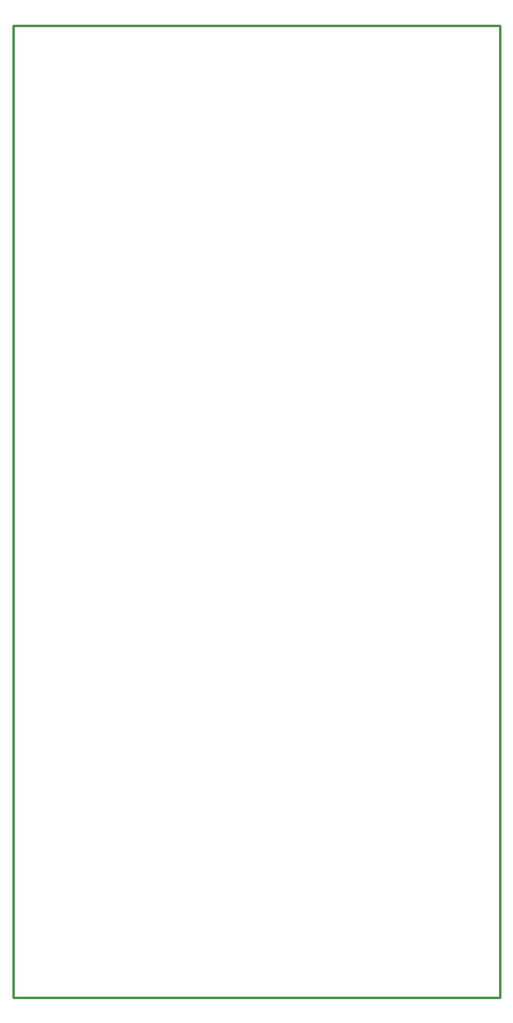
<source format=gko>
G04 Layer: BoardOutlineLayer*
G04 EasyEDA v6.5.42, 2024-02-29 16:04:18*
G04 a77a6519c85945819b4ef728552386b2,10*
G04 Gerber Generator version 0.2*
G04 Scale: 100 percent, Rotated: No, Reflected: No *
G04 Dimensions in millimeters *
G04 leading zeros omitted , absolute positions ,4 integer and 5 decimal *
%FSLAX45Y45*%
%MOMM*%

%ADD10C,0.2540*%
D10*
X699998Y6599986D02*
G01*
X5699988Y6599986D01*
X5699988Y-3399993D01*
X699998Y-3399993D01*
X699998Y6599986D01*

%LPD*%
M02*

</source>
